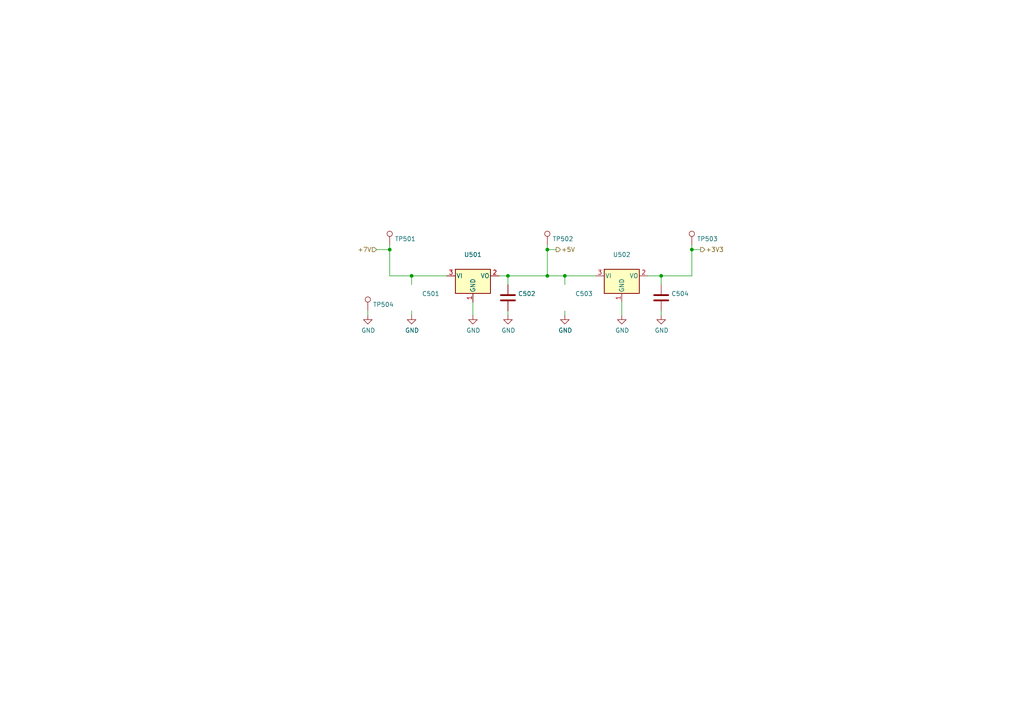
<source format=kicad_sch>
(kicad_sch (version 20211123) (generator eeschema)
  (paper "A4")
  (title_block (title "24 Clocks") (date "GITDATE") (rev "GITHASH") (company "Martin van Leussen"))
  (lib_symbols
    (symbol "Connector:TestPoint" (pin_numbers hide) (pin_names (offset 0.762) hide)
      (property "Reference" "TP" (at 0 6.858 0))
      (property "Value" "TestPoint" (at 0 5.08 0))
      (symbol "TestPoint_0_1"
        (circle (center 0 3.302) (radius 0.762))
      )
      (symbol "TestPoint_1_1"
        (pin passive line (at 0 0 90) (length 2.54) (name "1") (number "1"))
      )
    )
    (symbol "Device:C" (pin_numbers hide) (pin_names (offset 0.254))
      (property "Reference" "C" (at 0.635 2.54 0))
      (property "Value" "C" (at 0.635 -2.54 0))
      (symbol "C_0_1"
        (polyline (pts (xy -2.032 -0.762) (xy 2.032 -0.762)) (stroke (width 0.508)))
        (polyline (pts (xy -2.032 0.762) (xy 2.032 0.762)) (stroke (width 0.508)))
      )
      (symbol "C_1_1"
        (pin passive line (at 0 3.81 270) (length 2.794) (name "~") (number "1"))
        (pin passive line (at 0 -3.81 90) (length 2.794) (name "~") (number "2"))
      )
    )
    (symbol "Regulator_Linear:AMS1117-3.3" (pin_names (offset 0.254))
      (property "Reference" "U" (at -3.81 3.175 0))
      (property "Value" "AMS1117-3.3" (at 0 3.175 0))
      (symbol "AMS1117-3.3_0_1"
        (rectangle (start -5.08 -5.08) (end 5.08 1.905) (stroke (width 0.254)) (fill (type background)))
      )
      (symbol "AMS1117-3.3_1_1"
        (pin power_in line (at 0 -7.62 90) (length 2.54) (name "GND") (number "1"))
        (pin power_out line (at 7.62 0 180) (length 2.54) (name "VO") (number "2"))
        (pin power_in line (at -7.62 0 0) (length 2.54) (name "VI") (number "3"))
      )
    )
    (symbol "Regulator_Linear:AMS1117-5.0" (pin_names (offset 0.254))
      (property "Reference" "U" (at -3.81 3.175 0))
      (property "Value" "AMS1117-5.0" (at 0 3.175 0))
      (symbol "AMS1117-5.0_0_1"
        (rectangle (start -5.08 -5.08) (end 5.08 1.905) (stroke (width 0.254)) (fill (type background)))
      )
      (symbol "AMS1117-5.0_1_1"
        (pin power_in line (at 0 -7.62 90) (length 2.54) (name "GND") (number "1"))
        (pin power_out line (at 7.62 0 180) (length 2.54) (name "VO") (number "2"))
        (pin power_in line (at -7.62 0 0) (length 2.54) (name "VI") (number "3"))
      )
    )
    (symbol "power:GND" (power) (pin_names (offset 0))
      (property "Value" "GND" (at 0 -3.81 0))
      (symbol "GND_0_1"
        (polyline (pts (xy 0 0) (xy 0 -1.27) (xy 1.27 -1.27) (xy 0 -2.54) (xy -1.27 -1.27) (xy 0 -1.27)))
      )
      (symbol "GND_1_1"
        (pin power_in line (at 0 0 270) (length 0) hide (name "GND") (number "1"))
      )
    )
  )
  (junction (at 158.75 80.01))
  (junction (at 119.38 80.01))
  (junction (at 158.75 72.39))
  (junction (at 191.77 80.01))
  (junction (at 163.83 80.01))
  (junction (at 113.03 72.39))
  (junction (at 200.66 72.39))
  (junction (at 147.32 80.01))
  (wire (pts (xy 158.75 80.01) (xy 163.83 80.01)))
  (wire (pts (xy 158.75 71.12) (xy 158.75 72.39)))
  (wire (pts (xy 119.38 90.17) (xy 119.38 91.44)))
  (wire (pts (xy 203.2 72.39) (xy 200.66 72.39)))
  (wire (pts (xy 106.68 91.44) (xy 106.68 90.17)))
  (wire (pts (xy 113.03 72.39) (xy 113.03 80.01)))
  (wire (pts (xy 191.77 82.55) (xy 191.77 80.01)))
  (wire (pts (xy 113.03 72.39) (xy 109.22 72.39)))
  (wire (pts (xy 113.03 80.01) (xy 119.38 80.01)))
  (wire (pts (xy 119.38 82.55) (xy 119.38 80.01)))
  (wire (pts (xy 163.83 80.01) (xy 172.72 80.01)))
  (wire (pts (xy 147.32 82.55) (xy 147.32 80.01)))
  (wire (pts (xy 180.34 87.63) (xy 180.34 91.44)))
  (wire (pts (xy 200.66 71.12) (xy 200.66 72.39)))
  (wire (pts (xy 137.16 87.63) (xy 137.16 91.44)))
  (wire (pts (xy 147.32 91.44) (xy 147.32 90.17)))
  (wire (pts (xy 147.32 80.01) (xy 144.78 80.01)))
  (wire (pts (xy 119.38 80.01) (xy 129.54 80.01)))
  (wire (pts (xy 191.77 80.01) (xy 200.66 80.01)))
  (wire (pts (xy 113.03 71.12) (xy 113.03 72.39)))
  (wire (pts (xy 163.83 82.55) (xy 163.83 80.01)))
  (wire (pts (xy 161.29 72.39) (xy 158.75 72.39)))
  (wire (pts (xy 163.83 90.17) (xy 163.83 91.44)))
  (wire (pts (xy 158.75 80.01) (xy 147.32 80.01)))
  (wire (pts (xy 191.77 91.44) (xy 191.77 90.17)))
  (wire (pts (xy 200.66 80.01) (xy 200.66 72.39)))
  (wire (pts (xy 158.75 72.39) (xy 158.75 80.01)))
  (wire (pts (xy 187.96 80.01) (xy 191.77 80.01)))
  (hierarchical_label "+5V" (shape output) (at 161.29 72.39 0))
  (hierarchical_label "+7V" (shape input) (at 109.22 72.39 180))
  (hierarchical_label "+3V3" (shape output) (at 203.2 72.39 0))
  (symbol (lib_id "Regulator_Linear:AMS1117-5.0") (at 137.16 80.01 0) (unit 1)
    (property "Reference" "U501" (at 137.16 73.8632 0))
    (property "Datasheet" "http://www.advanced-monolithic.com/pdf/ds1117.pdf" (effects hide))
  )
  (symbol (lib_id "Regulator_Linear:AMS1117-3.3") (at 180.34 80.01 0) (unit 1)
    (property "Reference" "U502" (at 180.34 73.8632 0))
    (property "Datasheet" "http://www.advanced-monolithic.com/pdf/ds1117.pdf" (effects hide))
  )
  (symbol (lib_id "Device:C") (at 147.32 86.36 0) (unit 1)
    (property "Reference" "C502" (at 150.241 85.1916 0) (effects (justify left)))
  )
  (symbol (lib_id "Device:C") (at 191.77 86.36 0) (unit 1)
    (property "Reference" "C504" (at 194.691 85.1916 0) (effects (justify left)))
  )
  (symbol (lib_id "power:GND") (at 119.38 91.44 0) (unit 1)
    (property "Reference" "#PWR0501" (effects hide))
  )
  (symbol (lib_id "power:GND") (at 137.16 91.44 0) (unit 1)
    (property "Reference" "#PWR0502" (effects hide))
  )
  (symbol (lib_id "power:GND") (at 163.83 91.44 0) (unit 1)
    (property "Reference" "#PWR0504" (effects hide))
  )
  (symbol (lib_id "power:GND") (at 180.34 91.44 0) (unit 1)
    (property "Reference" "#PWR0505" (effects hide))
  )
  (symbol (lib_id "power:GND") (at 191.77 91.44 0) (unit 1)
    (property "Reference" "#PWR0506" (effects hide))
  )
  (symbol (lib_id "24-clocks-rescue:CP-Device") (at 119.38 86.36 0) (unit 1)
    (property "Reference" "C501" (at 122.3772 85.1916 0) (effects (justify left)))
  )
  (symbol (lib_id "24-clocks-rescue:CP-Device") (at 163.83 86.36 0) (unit 1)
    (property "Reference" "C503" (at 166.8272 85.1916 0) (effects (justify left)))
  )
  (symbol (lib_id "power:GND") (at 147.32 91.44 0) (unit 1)
    (property "Reference" "#PWR0503" (effects hide))
  )
  (symbol (lib_id "Connector:TestPoint") (at 113.03 71.12 0) (unit 1)
    (property "Reference" "TP501" (at 114.5032 69.2912 0) (effects (justify left)))
  )
  (symbol (lib_id "Connector:TestPoint") (at 158.75 71.12 0) (unit 1)
    (property "Reference" "TP502" (at 160.2232 69.2912 0) (effects (justify left)))
  )
  (symbol (lib_id "Connector:TestPoint") (at 200.66 71.12 0) (unit 1)
    (property "Reference" "TP503" (at 202.1332 69.2912 0) (effects (justify left)))
  )
  (symbol (lib_id "Connector:TestPoint") (at 106.68 90.17 0) (unit 1)
    (property "Reference" "TP504" (at 108.1532 88.3412 0) (effects (justify left)))
  )
  (symbol (lib_id "power:GND") (at 106.68 91.44 0) (unit 1)
    (property "Reference" "#PWR0507" (effects hide))
  )
)
</source>
